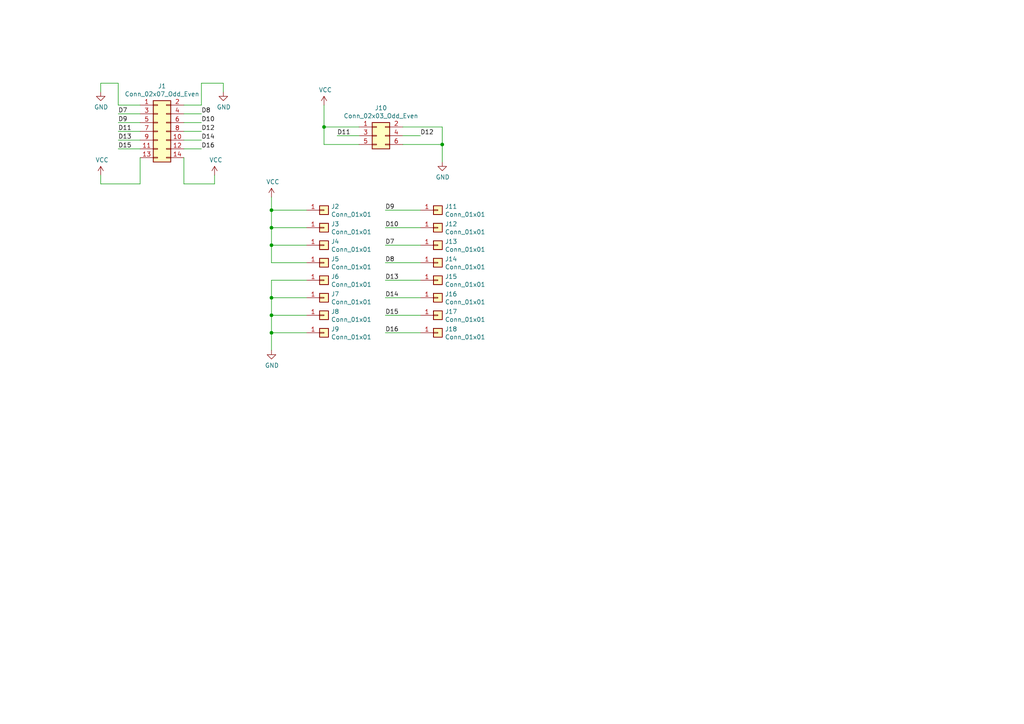
<source format=kicad_sch>
(kicad_sch (version 20211123) (generator eeschema)
  (paper "A4")
  (lib_symbols
    (symbol "Connector_Generic:Conn_01x01" (pin_names (offset 1.016) hide)
      (property "Reference" "J" (at 0 2.54 0))
      (property "Value" "Conn_01x01" (at 0 -2.54 0))
      (symbol "Conn_01x01_1_1"
        (rectangle (start -1.27 0.127) (end 0 -0.127) (stroke (width 0.1524)))
        (rectangle (start -1.27 1.27) (end 1.27 -1.27) (stroke (width 0.254)) (fill (type background)))
        (pin passive line (at -5.08 0 0) (length 3.81) (name "Pin_1") (number "1"))
      )
    )
    (symbol "Connector_Generic:Conn_02x03_Odd_Even" (pin_names (offset 1.016) hide)
      (property "Reference" "J" (at 1.27 5.08 0))
      (property "Value" "Conn_02x03_Odd_Even" (at 1.27 -5.08 0))
      (symbol "Conn_02x03_Odd_Even_1_1"
        (rectangle (start -1.27 -2.413) (end 0 -2.667) (stroke (width 0.1524)))
        (rectangle (start -1.27 0.127) (end 0 -0.127) (stroke (width 0.1524)))
        (rectangle (start -1.27 2.667) (end 0 2.413) (stroke (width 0.1524)))
        (rectangle (start -1.27 3.81) (end 3.81 -3.81) (stroke (width 0.254)) (fill (type background)))
        (rectangle (start 3.81 -2.413) (end 2.54 -2.667) (stroke (width 0.1524)))
        (rectangle (start 3.81 0.127) (end 2.54 -0.127) (stroke (width 0.1524)))
        (rectangle (start 3.81 2.667) (end 2.54 2.413) (stroke (width 0.1524)))
        (pin passive line (at -5.08 2.54 0) (length 3.81) (name "Pin_1") (number "1"))
        (pin passive line (at 7.62 2.54 180) (length 3.81) (name "Pin_2") (number "2"))
        (pin passive line (at -5.08 0 0) (length 3.81) (name "Pin_3") (number "3"))
        (pin passive line (at 7.62 0 180) (length 3.81) (name "Pin_4") (number "4"))
        (pin passive line (at -5.08 -2.54 0) (length 3.81) (name "Pin_5") (number "5"))
        (pin passive line (at 7.62 -2.54 180) (length 3.81) (name "Pin_6") (number "6"))
      )
    )
    (symbol "Connector_Generic:Conn_02x07_Odd_Even" (pin_names (offset 1.016) hide)
      (property "Reference" "J" (at 1.27 10.16 0))
      (property "Value" "Conn_02x07_Odd_Even" (at 1.27 -10.16 0))
      (symbol "Conn_02x07_Odd_Even_1_1"
        (rectangle (start -1.27 -7.493) (end 0 -7.747) (stroke (width 0.1524)))
        (rectangle (start -1.27 -4.953) (end 0 -5.207) (stroke (width 0.1524)))
        (rectangle (start -1.27 -2.413) (end 0 -2.667) (stroke (width 0.1524)))
        (rectangle (start -1.27 0.127) (end 0 -0.127) (stroke (width 0.1524)))
        (rectangle (start -1.27 2.667) (end 0 2.413) (stroke (width 0.1524)))
        (rectangle (start -1.27 5.207) (end 0 4.953) (stroke (width 0.1524)))
        (rectangle (start -1.27 7.747) (end 0 7.493) (stroke (width 0.1524)))
        (rectangle (start -1.27 8.89) (end 3.81 -8.89) (stroke (width 0.254)) (fill (type background)))
        (rectangle (start 3.81 -7.493) (end 2.54 -7.747) (stroke (width 0.1524)))
        (rectangle (start 3.81 -4.953) (end 2.54 -5.207) (stroke (width 0.1524)))
        (rectangle (start 3.81 -2.413) (end 2.54 -2.667) (stroke (width 0.1524)))
        (rectangle (start 3.81 0.127) (end 2.54 -0.127) (stroke (width 0.1524)))
        (rectangle (start 3.81 2.667) (end 2.54 2.413) (stroke (width 0.1524)))
        (rectangle (start 3.81 5.207) (end 2.54 4.953) (stroke (width 0.1524)))
        (rectangle (start 3.81 7.747) (end 2.54 7.493) (stroke (width 0.1524)))
        (pin passive line (at -5.08 7.62 0) (length 3.81) (name "Pin_1") (number "1"))
        (pin passive line (at 7.62 -2.54 180) (length 3.81) (name "Pin_10") (number "10"))
        (pin passive line (at -5.08 -5.08 0) (length 3.81) (name "Pin_11") (number "11"))
        (pin passive line (at 7.62 -5.08 180) (length 3.81) (name "Pin_12") (number "12"))
        (pin passive line (at -5.08 -7.62 0) (length 3.81) (name "Pin_13") (number "13"))
        (pin passive line (at 7.62 -7.62 180) (length 3.81) (name "Pin_14") (number "14"))
        (pin passive line (at 7.62 7.62 180) (length 3.81) (name "Pin_2") (number "2"))
        (pin passive line (at -5.08 5.08 0) (length 3.81) (name "Pin_3") (number "3"))
        (pin passive line (at 7.62 5.08 180) (length 3.81) (name "Pin_4") (number "4"))
        (pin passive line (at -5.08 2.54 0) (length 3.81) (name "Pin_5") (number "5"))
        (pin passive line (at 7.62 2.54 180) (length 3.81) (name "Pin_6") (number "6"))
        (pin passive line (at -5.08 0 0) (length 3.81) (name "Pin_7") (number "7"))
        (pin passive line (at 7.62 0 180) (length 3.81) (name "Pin_8") (number "8"))
        (pin passive line (at -5.08 -2.54 0) (length 3.81) (name "Pin_9") (number "9"))
      )
    )
    (symbol "power:GND" (power) (pin_names (offset 0))
      (property "Value" "GND" (at 0 -3.81 0))
      (symbol "GND_0_1"
        (polyline (pts (xy 0 0) (xy 0 -1.27) (xy 1.27 -1.27) (xy 0 -2.54) (xy -1.27 -1.27) (xy 0 -1.27)))
      )
      (symbol "GND_1_1"
        (pin power_in line (at 0 0 270) (length 0) hide (name "GND") (number "1"))
      )
    )
    (symbol "power:VCC" (power) (pin_names (offset 0))
      (property "Value" "VCC" (at 0 3.81 0))
      (symbol "VCC_0_1"
        (polyline (pts (xy -0.762 1.27) (xy 0 2.54)))
        (polyline (pts (xy 0 0) (xy 0 2.54)))
        (polyline (pts (xy 0 2.54) (xy 0.762 1.27)))
      )
      (symbol "VCC_1_1"
        (pin power_in line (at 0 0 90) (length 0) hide (name "VCC") (number "1"))
      )
    )
  )
  (junction (at 93.98 36.83))
  (junction (at 78.74 60.96))
  (junction (at 78.74 66.04))
  (junction (at 78.74 86.36))
  (junction (at 78.74 91.44))
  (junction (at 128.27 41.91))
  (junction (at 78.74 96.52))
  (junction (at 78.74 71.12))
  (wire (pts (xy 104.14 41.91) (xy 93.98 41.91)))
  (wire (pts (xy 121.92 86.36) (xy 111.76 86.36)))
  (wire (pts (xy 53.34 30.48) (xy 58.42 30.48)))
  (wire (pts (xy 93.98 30.48) (xy 93.98 36.83)))
  (wire (pts (xy 121.92 60.96) (xy 111.76 60.96)))
  (wire (pts (xy 88.9 81.28) (xy 78.74 81.28)))
  (wire (pts (xy 62.23 53.34) (xy 62.23 50.8)))
  (wire (pts (xy 53.34 43.18) (xy 58.42 43.18)))
  (wire (pts (xy 53.34 45.72) (xy 53.34 53.34)))
  (wire (pts (xy 53.34 33.02) (xy 58.42 33.02)))
  (wire (pts (xy 78.74 60.96) (xy 88.9 60.96)))
  (wire (pts (xy 121.92 76.2) (xy 111.76 76.2)))
  (wire (pts (xy 121.92 81.28) (xy 111.76 81.28)))
  (wire (pts (xy 88.9 71.12) (xy 78.74 71.12)))
  (wire (pts (xy 121.92 66.04) (xy 111.76 66.04)))
  (wire (pts (xy 40.64 53.34) (xy 29.21 53.34)))
  (wire (pts (xy 88.9 86.36) (xy 78.74 86.36)))
  (wire (pts (xy 121.92 91.44) (xy 111.76 91.44)))
  (wire (pts (xy 34.29 24.13) (xy 34.29 30.48)))
  (wire (pts (xy 121.92 71.12) (xy 111.76 71.12)))
  (wire (pts (xy 34.29 30.48) (xy 40.64 30.48)))
  (wire (pts (xy 53.34 38.1) (xy 58.42 38.1)))
  (wire (pts (xy 40.64 43.18) (xy 34.29 43.18)))
  (wire (pts (xy 78.74 91.44) (xy 78.74 96.52)))
  (wire (pts (xy 40.64 35.56) (xy 34.29 35.56)))
  (wire (pts (xy 78.74 71.12) (xy 78.74 66.04)))
  (wire (pts (xy 29.21 53.34) (xy 29.21 50.8)))
  (wire (pts (xy 53.34 40.64) (xy 58.42 40.64)))
  (wire (pts (xy 58.42 24.13) (xy 64.77 24.13)))
  (wire (pts (xy 58.42 30.48) (xy 58.42 24.13)))
  (wire (pts (xy 64.77 24.13) (xy 64.77 26.67)))
  (wire (pts (xy 128.27 41.91) (xy 128.27 46.99)))
  (wire (pts (xy 93.98 36.83) (xy 104.14 36.83)))
  (wire (pts (xy 93.98 41.91) (xy 93.98 36.83)))
  (wire (pts (xy 40.64 45.72) (xy 40.64 53.34)))
  (wire (pts (xy 128.27 36.83) (xy 128.27 41.91)))
  (wire (pts (xy 104.14 39.37) (xy 97.79 39.37)))
  (wire (pts (xy 40.64 38.1) (xy 34.29 38.1)))
  (wire (pts (xy 78.74 81.28) (xy 78.74 86.36)))
  (wire (pts (xy 78.74 66.04) (xy 78.74 60.96)))
  (wire (pts (xy 34.29 24.13) (xy 29.21 24.13)))
  (wire (pts (xy 53.34 35.56) (xy 58.42 35.56)))
  (wire (pts (xy 78.74 76.2) (xy 78.74 71.12)))
  (wire (pts (xy 78.74 57.15) (xy 78.74 60.96)))
  (wire (pts (xy 88.9 66.04) (xy 78.74 66.04)))
  (wire (pts (xy 40.64 40.64) (xy 34.29 40.64)))
  (wire (pts (xy 121.92 96.52) (xy 111.76 96.52)))
  (wire (pts (xy 116.84 41.91) (xy 128.27 41.91)))
  (wire (pts (xy 88.9 91.44) (xy 78.74 91.44)))
  (wire (pts (xy 116.84 36.83) (xy 128.27 36.83)))
  (wire (pts (xy 88.9 76.2) (xy 78.74 76.2)))
  (wire (pts (xy 53.34 53.34) (xy 62.23 53.34)))
  (wire (pts (xy 78.74 96.52) (xy 78.74 101.6)))
  (wire (pts (xy 116.84 39.37) (xy 121.92 39.37)))
  (wire (pts (xy 78.74 86.36) (xy 78.74 91.44)))
  (wire (pts (xy 40.64 33.02) (xy 34.29 33.02)))
  (wire (pts (xy 29.21 24.13) (xy 29.21 26.67)))
  (wire (pts (xy 88.9 96.52) (xy 78.74 96.52)))
  (label "D10" (at 111.76 66.04 0))
  (label "D10" (at 58.42 35.56 0))
  (label "D9" (at 34.29 35.56 0))
  (label "D12" (at 58.42 38.1 0))
  (label "D13" (at 111.76 81.28 0))
  (label "D8" (at 111.76 76.2 0))
  (label "D12" (at 121.92 39.37 0))
  (label "D14" (at 111.76 86.36 0))
  (label "D14" (at 58.42 40.64 0))
  (label "D11" (at 97.79 39.37 0))
  (label "D11" (at 34.29 38.1 0))
  (label "D15" (at 111.76 91.44 0))
  (label "D15" (at 34.29 43.18 0))
  (label "D16" (at 58.42 43.18 0))
  (label "D13" (at 34.29 40.64 0))
  (label "D16" (at 111.76 96.52 0))
  (label "D8" (at 58.42 33.02 0))
  (label "D7" (at 34.29 33.02 0))
  (label "D7" (at 111.76 71.12 0))
  (label "D9" (at 111.76 60.96 0))
  (symbol (lib_id "Connector_Generic:Conn_02x07_Odd_Even") (at 45.72 38.1 0) (unit 1)
    (property "Reference" "J1" (at 46.99 24.9682 0))
    (property "Value" "Conn_02x07_Odd_Even" (at 46.99 27.2796 0))
    (property "Footprint" "Custom:TE_Micromatch_2,54_14_SMD" (effects hide))
  )
  (symbol (lib_id "power:GND") (at 29.21 26.67 0) (unit 1)
    (property "Reference" "#PWR01" (effects hide))
    (property "Value" "GND" (at 29.337 31.0642 0))
  )
  (symbol (lib_id "power:GND") (at 64.77 26.67 0) (unit 1)
    (property "Reference" "#PWR04" (effects hide))
    (property "Value" "GND" (at 64.897 31.0642 0))
  )
  (symbol (lib_id "power:VCC") (at 29.21 50.8 0) (unit 1)
    (property "Reference" "#PWR02" (effects hide))
    (property "Value" "VCC" (at 29.591 46.4058 0))
  )
  (symbol (lib_id "power:VCC") (at 62.23 50.8 0) (unit 1)
    (property "Reference" "#PWR03" (effects hide))
    (property "Value" "VCC" (at 62.611 46.4058 0))
  )
  (symbol (lib_id "Connector_Generic:Conn_02x03_Odd_Even") (at 109.22 39.37 0) (unit 1)
    (property "Reference" "J10" (at 110.49 31.3182 0))
    (property "Value" "Conn_02x03_Odd_Even" (at 110.49 33.6296 0))
    (property "Footprint" "Connector_PinHeader_2.54mm:PinHeader_2x03_P2.54mm_Vertical" (effects hide))
  )
  (symbol (lib_id "power:VCC") (at 93.98 30.48 0) (unit 1)
    (property "Reference" "#PWR07" (effects hide))
    (property "Value" "VCC" (at 94.361 26.0858 0))
  )
  (symbol (lib_id "power:GND") (at 128.27 46.99 0) (unit 1)
    (property "Reference" "#PWR08" (effects hide))
    (property "Value" "GND" (at 128.397 51.3842 0))
  )
  (symbol (lib_id "Connector_Generic:Conn_01x01") (at 127 66.04 0) (unit 1)
    (property "Reference" "J12" (at 129.032 64.9732 0) (effects (justify left)))
    (property "Value" "Conn_01x01" (at 129.032 67.2846 0) (effects (justify left)))
    (property "Footprint" "Custom:CubeCenterPad" (effects hide))
  )
  (symbol (lib_id "Connector_Generic:Conn_01x01") (at 127 71.12 0) (unit 1)
    (property "Reference" "J13" (at 129.032 70.0532 0) (effects (justify left)))
    (property "Value" "Conn_01x01" (at 129.032 72.3646 0) (effects (justify left)))
    (property "Footprint" "Custom:CubeCenterPad" (effects hide))
  )
  (symbol (lib_id "Connector_Generic:Conn_01x01") (at 127 76.2 0) (unit 1)
    (property "Reference" "J14" (at 129.032 75.1332 0) (effects (justify left)))
    (property "Value" "Conn_01x01" (at 129.032 77.4446 0) (effects (justify left)))
    (property "Footprint" "Custom:CubeCenterPad" (effects hide))
  )
  (symbol (lib_id "Connector_Generic:Conn_01x01") (at 127 81.28 0) (unit 1)
    (property "Reference" "J15" (at 129.032 80.2132 0) (effects (justify left)))
    (property "Value" "Conn_01x01" (at 129.032 82.5246 0) (effects (justify left)))
    (property "Footprint" "Custom:CubeCenterPad" (effects hide))
  )
  (symbol (lib_id "Connector_Generic:Conn_01x01") (at 127 86.36 0) (unit 1)
    (property "Reference" "J16" (at 129.032 85.2932 0) (effects (justify left)))
    (property "Value" "Conn_01x01" (at 129.032 87.6046 0) (effects (justify left)))
    (property "Footprint" "Custom:CubeCenterPad" (effects hide))
  )
  (symbol (lib_id "Connector_Generic:Conn_01x01") (at 127 91.44 0) (unit 1)
    (property "Reference" "J17" (at 129.032 90.3732 0) (effects (justify left)))
    (property "Value" "Conn_01x01" (at 129.032 92.6846 0) (effects (justify left)))
    (property "Footprint" "Custom:CubeCenterPad" (effects hide))
  )
  (symbol (lib_id "Connector_Generic:Conn_01x01") (at 127 96.52 0) (unit 1)
    (property "Reference" "J18" (at 129.032 95.4532 0) (effects (justify left)))
    (property "Value" "Conn_01x01" (at 129.032 97.7646 0) (effects (justify left)))
    (property "Footprint" "Custom:CubeCenterPad" (effects hide))
  )
  (symbol (lib_id "Connector_Generic:Conn_01x01") (at 127 60.96 0) (unit 1)
    (property "Reference" "J11" (at 129.032 59.8932 0) (effects (justify left)))
    (property "Value" "Conn_01x01" (at 129.032 62.2046 0) (effects (justify left)))
    (property "Footprint" "Custom:CubeCenterPad" (effects hide))
  )
  (symbol (lib_id "Connector_Generic:Conn_01x01") (at 93.98 60.96 0) (unit 1)
    (property "Reference" "J2" (at 96.012 59.8932 0) (effects (justify left)))
    (property "Value" "Conn_01x01" (at 96.012 62.2046 0) (effects (justify left)))
    (property "Footprint" "Custom:CubeSidePad" (effects hide))
  )
  (symbol (lib_id "Connector_Generic:Conn_01x01") (at 93.98 66.04 0) (unit 1)
    (property "Reference" "J3" (at 96.012 64.9732 0) (effects (justify left)))
    (property "Value" "Conn_01x01" (at 96.012 67.2846 0) (effects (justify left)))
    (property "Footprint" "Custom:CubeSidePad" (effects hide))
  )
  (symbol (lib_id "Connector_Generic:Conn_01x01") (at 93.98 71.12 0) (unit 1)
    (property "Reference" "J4" (at 96.012 70.0532 0) (effects (justify left)))
    (property "Value" "Conn_01x01" (at 96.012 72.3646 0) (effects (justify left)))
    (property "Footprint" "Custom:CubeSidePad" (effects hide))
  )
  (symbol (lib_id "Connector_Generic:Conn_01x01") (at 93.98 76.2 0) (unit 1)
    (property "Reference" "J5" (at 96.012 75.1332 0) (effects (justify left)))
    (property "Value" "Conn_01x01" (at 96.012 77.4446 0) (effects (justify left)))
    (property "Footprint" "Custom:CubeSidePad" (effects hide))
  )
  (symbol (lib_id "Connector_Generic:Conn_01x01") (at 93.98 81.28 0) (unit 1)
    (property "Reference" "J6" (at 96.012 80.2132 0) (effects (justify left)))
    (property "Value" "Conn_01x01" (at 96.012 82.5246 0) (effects (justify left)))
    (property "Footprint" "Custom:CubeSidePad" (effects hide))
  )
  (symbol (lib_id "Connector_Generic:Conn_01x01") (at 93.98 86.36 0) (unit 1)
    (property "Reference" "J7" (at 96.012 85.2932 0) (effects (justify left)))
    (property "Value" "Conn_01x01" (at 96.012 87.6046 0) (effects (justify left)))
    (property "Footprint" "Custom:CubeSidePad" (effects hide))
  )
  (symbol (lib_id "Connector_Generic:Conn_01x01") (at 93.98 91.44 0) (unit 1)
    (property "Reference" "J8" (at 96.012 90.3732 0) (effects (justify left)))
    (property "Value" "Conn_01x01" (at 96.012 92.6846 0) (effects (justify left)))
    (property "Footprint" "Custom:CubeSidePad" (effects hide))
  )
  (symbol (lib_id "Connector_Generic:Conn_01x01") (at 93.98 96.52 0) (unit 1)
    (property "Reference" "J9" (at 96.012 95.4532 0) (effects (justify left)))
    (property "Value" "Conn_01x01" (at 96.012 97.7646 0) (effects (justify left)))
    (property "Footprint" "Custom:CubeSidePad" (effects hide))
  )
  (symbol (lib_id "power:VCC") (at 78.74 57.15 0) (unit 1)
    (property "Reference" "#PWR05" (effects hide))
    (property "Value" "VCC" (at 79.121 52.7558 0))
  )
  (symbol (lib_id "power:GND") (at 78.74 101.6 0) (unit 1)
    (property "Reference" "#PWR06" (effects hide))
    (property "Value" "GND" (at 78.867 105.9942 0))
  )
)
</source>
